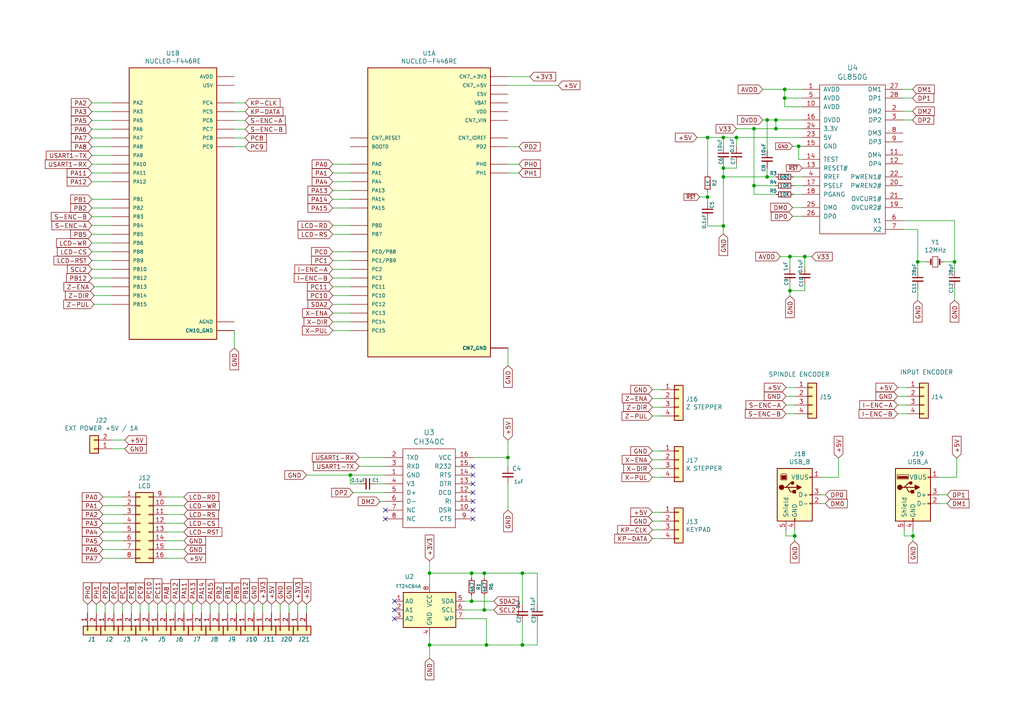
<source format=kicad_sch>
(kicad_sch (version 20211123) (generator eeschema)
  (paper "A4")
  (title_block (title "ELS Board") (date "2021-08-14") (rev "v0.1") (comment 1 "Electronic Leadscrew Breakout for Nucleo64 446RE"))
  (junction (at 227.584 28.448))
  (junction (at 205.232 57.15))
  (junction (at 151.511 187.071))
  (junction (at 218.694 53.848))
  (junction (at 205.232 39.878))
  (junction (at 136.779 174.371))
  (junction (at 218.694 37.338))
  (junction (at 231.648 42.418))
  (junction (at 136.779 166.243))
  (junction (at 225.044 34.798))
  (junction (at 209.804 39.878))
  (junction (at 229.108 74.422))
  (junction (at 141.097 187.071))
  (junction (at 213.614 39.878))
  (junction (at 124.587 166.243))
  (junction (at 276.86 75.946))
  (junction (at 264.795 155.448))
  (junction (at 140.462 166.243))
  (junction (at 209.804 65.532))
  (junction (at 229.108 84.328))
  (junction (at 147.32 132.715))
  (junction (at 227.584 25.908))
  (junction (at 140.462 176.911))
  (junction (at 233.426 74.422))
  (junction (at 222.504 51.308))
  (junction (at 151.511 166.243))
  (junction (at 266.192 75.946))
  (junction (at 230.505 155.448))
  (junction (at 222.504 34.798))
  (junction (at 225.044 37.338))
  (junction (at 124.587 187.071))
  (junction (at 209.804 48.768))
  (junction (at 209.804 51.308))
  (junction (at 101.6 137.795))
  (no_connect (at 137.16 147.955))
  (no_connect (at 137.16 150.495))
  (no_connect (at 137.16 137.795))
  (no_connect (at 137.16 135.255))
  (no_connect (at 114.427 174.371))
  (no_connect (at 137.16 145.415))
  (no_connect (at 137.16 140.335))
  (no_connect (at 111.76 150.495))
  (no_connect (at 111.76 147.955))
  (no_connect (at 114.427 179.451))
  (no_connect (at 137.16 142.875))
  (no_connect (at 114.427 176.911))
  (wire (pts (xy 48.26 146.685) (xy 53.34 146.685)))
  (wire (pts (xy 151.511 166.243) (xy 155.829 166.243)))
  (wire (pts (xy 71.12 40.005) (xy 67.945 40.005)))
  (wire (pts (xy 205.232 63.754) (xy 205.232 65.532)))
  (wire (pts (xy 266.192 66.548) (xy 266.192 75.946)))
  (wire (pts (xy 213.614 48.768) (xy 209.804 48.768)))
  (wire (pts (xy 32.385 65.405) (xy 26.67 65.405)))
  (wire (pts (xy 151.511 180.467) (xy 151.511 187.071)))
  (wire (pts (xy 136.779 172.72) (xy 136.779 174.371)))
  (wire (pts (xy 48.26 151.765) (xy 53.34 151.765)))
  (wire (pts (xy 48.26 161.925) (xy 53.34 161.925)))
  (wire (pts (xy 151.511 166.243) (xy 151.511 175.387)))
  (wire (pts (xy 230.505 155.448) (xy 227.965 155.448)))
  (wire (pts (xy 221.234 34.798) (xy 222.504 34.798)))
  (wire (pts (xy 213.614 47.498) (xy 213.614 48.768)))
  (wire (pts (xy 101.6 65.405) (xy 96.52 65.405)))
  (wire (pts (xy 233.426 84.328) (xy 233.426 82.55)))
  (wire (pts (xy 266.192 83.566) (xy 266.192 87.122)))
  (wire (pts (xy 264.668 34.798) (xy 261.874 34.798)))
  (wire (pts (xy 73.66 175.26) (xy 73.66 177.8)))
  (wire (pts (xy 266.192 75.946) (xy 268.732 75.946)))
  (wire (pts (xy 189.23 153.67) (xy 191.77 153.67)))
  (wire (pts (xy 225.044 34.798) (xy 232.664 34.798)))
  (wire (pts (xy 227.584 28.448) (xy 232.664 28.448)))
  (wire (pts (xy 48.26 159.385) (xy 53.34 159.385)))
  (wire (pts (xy 71.12 29.845) (xy 67.945 29.845)))
  (wire (pts (xy 110.236 145.415) (xy 111.76 145.415)))
  (wire (pts (xy 136.779 167.64) (xy 136.779 166.243)))
  (wire (pts (xy 50.8 175.26) (xy 50.8 177.8)))
  (wire (pts (xy 150.495 42.545) (xy 147.32 42.545)))
  (wire (pts (xy 40.64 175.26) (xy 40.64 177.8)))
  (wire (pts (xy 48.26 156.845) (xy 53.34 156.845)))
  (wire (pts (xy 243.205 138.43) (xy 243.205 132.842)))
  (wire (pts (xy 213.614 37.338) (xy 218.694 37.338)))
  (wire (pts (xy 53.34 177.8) (xy 53.34 175.26)))
  (wire (pts (xy 140.462 167.64) (xy 140.462 166.243)))
  (wire (pts (xy 273.812 75.946) (xy 276.86 75.946)))
  (wire (pts (xy 189.23 135.89) (xy 191.77 135.89)))
  (wire (pts (xy 225.044 34.798) (xy 225.044 37.338)))
  (wire (pts (xy 26.67 52.705) (xy 32.385 52.705)))
  (wire (pts (xy 189.23 148.59) (xy 191.77 148.59)))
  (wire (pts (xy 26.67 40.005) (xy 32.385 40.005)))
  (wire (pts (xy 151.511 187.071) (xy 141.097 187.071)))
  (wire (pts (xy 26.67 29.845) (xy 32.385 29.845)))
  (wire (pts (xy 136.779 166.243) (xy 140.462 166.243)))
  (wire (pts (xy 104.14 132.715) (xy 111.76 132.715)))
  (wire (pts (xy 260.35 112.395) (xy 262.89 112.395)))
  (wire (pts (xy 189.23 118.11) (xy 191.77 118.11)))
  (wire (pts (xy 213.614 39.878) (xy 232.664 39.878)))
  (wire (pts (xy 147.32 22.225) (xy 153.67 22.225)))
  (wire (pts (xy 226.314 74.422) (xy 229.108 74.422)))
  (wire (pts (xy 30.48 175.26) (xy 30.48 177.8)))
  (wire (pts (xy 26.67 57.785) (xy 32.385 57.785)))
  (wire (pts (xy 225.044 56.388) (xy 218.694 56.388)))
  (wire (pts (xy 147.32 140.335) (xy 147.32 147.955)))
  (wire (pts (xy 225.044 53.848) (xy 218.694 53.848)))
  (wire (pts (xy 29.845 149.225) (xy 35.56 149.225)))
  (wire (pts (xy 189.23 120.65) (xy 191.77 120.65)))
  (wire (pts (xy 272.415 138.43) (xy 277.495 138.43)))
  (wire (pts (xy 124.587 166.243) (xy 124.587 169.291)))
  (wire (pts (xy 227.584 25.908) (xy 227.584 28.448)))
  (wire (pts (xy 276.86 64.008) (xy 276.86 75.946)))
  (wire (pts (xy 96.52 85.725) (xy 101.6 85.725)))
  (wire (pts (xy 222.504 48.768) (xy 222.504 51.308)))
  (wire (pts (xy 230.505 155.448) (xy 230.505 156.972)))
  (wire (pts (xy 96.52 60.325) (xy 101.6 60.325)))
  (wire (pts (xy 266.192 78.486) (xy 266.192 75.946)))
  (wire (pts (xy 96.52 78.105) (xy 101.6 78.105)))
  (wire (pts (xy 147.32 132.715) (xy 137.16 132.715)))
  (wire (pts (xy 202.946 57.15) (xy 205.232 57.15)))
  (wire (pts (xy 32.385 83.185) (xy 27.305 83.185)))
  (wire (pts (xy 32.385 70.485) (xy 26.67 70.485)))
  (wire (pts (xy 230.505 153.67) (xy 230.505 155.448)))
  (wire (pts (xy 140.462 176.911) (xy 143.256 176.911)))
  (wire (pts (xy 205.232 55.626) (xy 205.232 57.15)))
  (wire (pts (xy 205.232 57.15) (xy 205.232 58.674)))
  (wire (pts (xy 218.694 53.848) (xy 218.694 37.338)))
  (wire (pts (xy 134.747 174.371) (xy 136.779 174.371)))
  (wire (pts (xy 229.108 82.55) (xy 229.108 84.328)))
  (wire (pts (xy 136.779 174.371) (xy 143.256 174.371)))
  (wire (pts (xy 262.255 155.448) (xy 262.255 153.67)))
  (wire (pts (xy 227.965 114.935) (xy 230.505 114.935)))
  (wire (pts (xy 189.23 113.03) (xy 191.77 113.03)))
  (wire (pts (xy 222.504 51.308) (xy 209.804 51.308)))
  (wire (pts (xy 96.52 52.705) (xy 101.6 52.705)))
  (wire (pts (xy 29.845 156.845) (xy 35.56 156.845)))
  (wire (pts (xy 205.232 39.878) (xy 209.804 39.878)))
  (wire (pts (xy 96.52 90.805) (xy 101.6 90.805)))
  (wire (pts (xy 141.097 179.451) (xy 141.097 187.071)))
  (wire (pts (xy 109.22 140.335) (xy 111.76 140.335)))
  (wire (pts (xy 205.232 65.532) (xy 209.804 65.532)))
  (wire (pts (xy 43.18 177.8) (xy 43.18 175.26)))
  (wire (pts (xy 96.52 93.345) (xy 101.6 93.345)))
  (wire (pts (xy 227.965 117.475) (xy 230.505 117.475)))
  (wire (pts (xy 32.385 78.105) (xy 26.67 78.105)))
  (wire (pts (xy 104.14 140.335) (xy 101.6 140.335)))
  (wire (pts (xy 229.108 74.422) (xy 229.108 77.47)))
  (wire (pts (xy 209.804 65.532) (xy 209.804 67.818)))
  (wire (pts (xy 276.86 83.566) (xy 276.86 87.122)))
  (wire (pts (xy 227.584 25.908) (xy 232.664 25.908)))
  (wire (pts (xy 88.9 137.795) (xy 101.6 137.795)))
  (wire (pts (xy 58.42 175.26) (xy 58.42 177.8)))
  (wire (pts (xy 32.385 75.565) (xy 26.67 75.565)))
  (wire (pts (xy 209.804 51.308) (xy 209.804 65.532)))
  (wire (pts (xy 229.87 42.418) (xy 231.648 42.418)))
  (wire (pts (xy 96.52 55.245) (xy 101.6 55.245)))
  (wire (pts (xy 229.87 60.198) (xy 232.664 60.198)))
  (wire (pts (xy 229.87 62.738) (xy 232.664 62.738)))
  (wire (pts (xy 96.52 95.885) (xy 101.6 95.885)))
  (wire (pts (xy 29.845 159.385) (xy 35.56 159.385)))
  (wire (pts (xy 147.32 127.635) (xy 147.32 132.715)))
  (wire (pts (xy 96.52 80.645) (xy 101.6 80.645)))
  (wire (pts (xy 32.385 127.635) (xy 36.195 127.635)))
  (wire (pts (xy 134.747 176.911) (xy 140.462 176.911)))
  (wire (pts (xy 155.829 187.071) (xy 151.511 187.071)))
  (wire (pts (xy 124.587 184.531) (xy 124.587 187.071)))
  (wire (pts (xy 76.2 175.26) (xy 76.2 177.8)))
  (wire (pts (xy 227.965 112.395) (xy 230.505 112.395)))
  (wire (pts (xy 26.67 50.165) (xy 32.385 50.165)))
  (wire (pts (xy 78.74 177.8) (xy 78.74 175.26)))
  (wire (pts (xy 67.945 95.885) (xy 67.945 100.965)))
  (wire (pts (xy 26.67 47.625) (xy 32.385 47.625)))
  (wire (pts (xy 227.584 28.448) (xy 227.584 30.988)))
  (wire (pts (xy 232.664 42.418) (xy 231.648 42.418)))
  (wire (pts (xy 227.965 120.015) (xy 230.505 120.015)))
  (wire (pts (xy 261.874 28.448) (xy 264.668 28.448)))
  (wire (pts (xy 96.52 83.185) (xy 101.6 83.185)))
  (wire (pts (xy 229.108 84.328) (xy 233.426 84.328)))
  (wire (pts (xy 27.94 175.26) (xy 27.94 177.8)))
  (wire (pts (xy 26.67 34.925) (xy 32.385 34.925)))
  (wire (pts (xy 209.804 42.418) (xy 209.804 39.878)))
  (wire (pts (xy 102.362 142.875) (xy 111.76 142.875)))
  (wire (pts (xy 124.587 166.243) (xy 136.779 166.243)))
  (wire (pts (xy 33.02 177.8) (xy 33.02 175.26)))
  (wire (pts (xy 230.124 56.388) (xy 232.664 56.388)))
  (wire (pts (xy 233.426 74.422) (xy 235.458 74.422)))
  (wire (pts (xy 264.795 153.67) (xy 264.795 155.448)))
  (wire (pts (xy 264.668 32.258) (xy 261.874 32.258)))
  (wire (pts (xy 101.6 67.945) (xy 96.52 67.945)))
  (wire (pts (xy 238.125 138.43) (xy 243.205 138.43)))
  (wire (pts (xy 189.23 151.13) (xy 191.77 151.13)))
  (wire (pts (xy 68.58 177.8) (xy 68.58 175.26)))
  (wire (pts (xy 26.67 42.545) (xy 32.385 42.545)))
  (wire (pts (xy 96.52 50.165) (xy 101.6 50.165)))
  (wire (pts (xy 32.385 130.175) (xy 36.195 130.175)))
  (wire (pts (xy 213.614 42.418) (xy 213.614 39.878)))
  (wire (pts (xy 261.874 66.548) (xy 266.192 66.548)))
  (wire (pts (xy 134.747 179.451) (xy 141.097 179.451)))
  (wire (pts (xy 29.845 161.925) (xy 35.56 161.925)))
  (wire (pts (xy 26.67 45.085) (xy 32.385 45.085)))
  (wire (pts (xy 26.67 80.645) (xy 32.385 80.645)))
  (wire (pts (xy 150.495 47.625) (xy 147.32 47.625)))
  (wire (pts (xy 32.385 85.725) (xy 27.305 85.725)))
  (wire (pts (xy 96.52 75.565) (xy 101.6 75.565)))
  (wire (pts (xy 141.097 187.071) (xy 124.587 187.071)))
  (wire (pts (xy 63.5 177.8) (xy 63.5 175.26)))
  (wire (pts (xy 83.82 175.26) (xy 83.82 177.8)))
  (wire (pts (xy 35.56 175.26) (xy 35.56 177.8)))
  (wire (pts (xy 272.415 146.05) (xy 274.701 146.05)))
  (wire (pts (xy 38.1 175.26) (xy 38.1 177.8)))
  (wire (pts (xy 150.495 50.165) (xy 147.32 50.165)))
  (wire (pts (xy 140.462 166.243) (xy 151.511 166.243)))
  (wire (pts (xy 155.829 166.243) (xy 155.829 175.387)))
  (wire (pts (xy 71.12 34.925) (xy 67.945 34.925)))
  (wire (pts (xy 232.664 46.228) (xy 231.648 46.228)))
  (wire (pts (xy 264.795 155.448) (xy 264.795 156.972)))
  (wire (pts (xy 189.23 115.57) (xy 191.77 115.57)))
  (wire (pts (xy 71.12 32.385) (xy 67.945 32.385)))
  (wire (pts (xy 277.495 138.43) (xy 277.495 132.842)))
  (wire (pts (xy 101.6 137.795) (xy 111.76 137.795)))
  (wire (pts (xy 86.36 175.26) (xy 86.36 177.8)))
  (wire (pts (xy 230.124 51.308) (xy 232.664 51.308)))
  (wire (pts (xy 71.12 175.26) (xy 71.12 177.8)))
  (wire (pts (xy 147.32 132.715) (xy 147.32 135.255)))
  (wire (pts (xy 29.845 154.305) (xy 35.56 154.305)))
  (wire (pts (xy 260.35 114.935) (xy 262.89 114.935)))
  (wire (pts (xy 96.52 88.265) (xy 101.6 88.265)))
  (wire (pts (xy 60.96 175.26) (xy 60.96 177.8)))
  (wire (pts (xy 26.67 60.325) (xy 32.385 60.325)))
  (wire (pts (xy 209.804 39.878) (xy 213.614 39.878)))
  (wire (pts (xy 96.52 73.025) (xy 101.6 73.025)))
  (wire (pts (xy 261.874 64.008) (xy 276.86 64.008)))
  (wire (pts (xy 29.845 144.145) (xy 35.56 144.145)))
  (wire (pts (xy 124.587 162.687) (xy 124.587 166.243)))
  (wire (pts (xy 205.232 50.546) (xy 205.232 39.878)))
  (wire (pts (xy 81.28 175.26) (xy 81.28 177.8)))
  (wire (pts (xy 71.12 37.465) (xy 67.945 37.465)))
  (wire (pts (xy 202.184 39.878) (xy 205.232 39.878)))
  (wire (pts (xy 147.32 24.765) (xy 161.925 24.765)))
  (wire (pts (xy 260.35 120.015) (xy 262.89 120.015)))
  (wire (pts (xy 189.23 138.43) (xy 191.77 138.43)))
  (wire (pts (xy 239.395 143.51) (xy 238.125 143.51)))
  (wire (pts (xy 225.044 37.338) (xy 232.664 37.338)))
  (wire (pts (xy 218.694 37.338) (xy 225.044 37.338)))
  (wire (pts (xy 147.32 100.965) (xy 147.32 106.045)))
  (wire (pts (xy 209.804 47.498) (xy 209.804 48.768)))
  (wire (pts (xy 26.67 32.385) (xy 32.385 32.385)))
  (wire (pts (xy 230.124 53.848) (xy 232.664 53.848)))
  (wire (pts (xy 227.965 155.448) (xy 227.965 153.67)))
  (wire (pts (xy 222.504 43.688) (xy 222.504 34.798)))
  (wire (pts (xy 209.804 48.768) (xy 209.804 51.308)))
  (wire (pts (xy 239.395 146.05) (xy 238.125 146.05)))
  (wire (pts (xy 32.385 62.865) (xy 26.67 62.865)))
  (wire (pts (xy 66.04 175.26) (xy 66.04 177.8)))
  (wire (pts (xy 222.504 51.308) (xy 225.044 51.308)))
  (wire (pts (xy 48.26 144.145) (xy 53.34 144.145)))
  (wire (pts (xy 96.52 47.625) (xy 101.6 47.625)))
  (wire (pts (xy 189.23 133.35) (xy 191.77 133.35)))
  (wire (pts (xy 227.584 30.988) (xy 232.664 30.988)))
  (wire (pts (xy 260.35 117.475) (xy 262.89 117.475)))
  (wire (pts (xy 222.504 34.798) (xy 225.044 34.798)))
  (wire (pts (xy 233.426 74.422) (xy 233.426 77.47)))
  (wire (pts (xy 124.587 187.071) (xy 124.587 190.881)))
  (wire (pts (xy 29.845 151.765) (xy 35.56 151.765)))
  (wire (pts (xy 155.829 180.467) (xy 155.829 187.071)))
  (wire (pts (xy 55.88 175.26) (xy 55.88 177.8)))
  (wire (pts (xy 48.26 149.225) (xy 53.34 149.225)))
  (wire (pts (xy 264.795 155.448) (xy 262.255 155.448)))
  (wire (pts (xy 274.701 143.51) (xy 272.415 143.51)))
  (wire (pts (xy 231.648 46.228) (xy 231.648 42.418)))
  (wire (pts (xy 218.694 56.388) (xy 218.694 53.848)))
  (wire (pts (xy 71.12 42.545) (xy 67.945 42.545)))
  (wire (pts (xy 32.385 73.025) (xy 26.67 73.025)))
  (wire (pts (xy 45.72 175.26) (xy 45.72 177.8)))
  (wire (pts (xy 25.4 175.26) (xy 25.4 177.8)))
  (wire (pts (xy 221.234 25.908) (xy 227.584 25.908)))
  (wire (pts (xy 96.52 57.785) (xy 101.6 57.785)))
  (wire (pts (xy 48.26 175.26) (xy 48.26 177.8)))
  (wire (pts (xy 229.108 74.422) (xy 233.426 74.422)))
  (wire (pts (xy 48.26 154.305) (xy 53.34 154.305)))
  (wire (pts (xy 101.6 140.335) (xy 101.6 137.795)))
  (wire (pts (xy 140.462 172.72) (xy 140.462 176.911)))
  (wire (pts (xy 29.845 146.685) (xy 35.56 146.685)))
  (wire (pts (xy 189.23 130.81) (xy 191.77 130.81)))
  (wire (pts (xy 229.108 84.328) (xy 229.108 85.852)))
  (wire (pts (xy 261.874 25.908) (xy 264.668 25.908)))
  (wire (pts (xy 88.9 177.8) (xy 88.9 175.26)))
  (wire (pts (xy 32.385 88.265) (xy 27.305 88.265)))
  (wire (pts (xy 26.67 37.465) (xy 32.385 37.465)))
  (wire (pts (xy 26.67 67.945) (xy 32.385 67.945)))
  (wire (pts (xy 189.23 156.21) (xy 191.77 156.21)))
  (wire (pts (xy 276.86 75.946) (xy 276.86 78.486)))
  (wire (pts (xy 104.14 135.255) (xy 111.76 135.255)))
  (global_label "V33" (shape input) (at 213.614 37.338 180) (property "Intersheet References" "${INTERSHEET_REFS}" (effects hide)))
  (global_label "LCD-CS" (shape input) (at 26.67 73.025 180) (property "Intersheet References" "${INTERSHEET_REFS}" (effects hide)))
  (global_label "~{RST}" (shape input) (at 232.664 48.768 180) (effects (font (size 0.9906 0.9906))) (property "Intersheet References" "${INTERSHEET_REFS}" (effects hide)))
  (global_label "PH0" (shape input) (at 150.495 47.625 0) (property "Intersheet References" "${INTERSHEET_REFS}" (effects hide)))
  (global_label "+5V" (shape input) (at 147.32 127.635 90) (property "Intersheet References" "${INTERSHEET_REFS}" (effects hide)))
  (global_label "V33" (shape input) (at 235.458 74.422 0) (property "Intersheet References" "${INTERSHEET_REFS}" (effects hide)))
  (global_label "X-DIR" (shape input) (at 96.52 93.345 180) (property "Intersheet References" "${INTERSHEET_REFS}" (effects hide)))
  (global_label "PA4" (shape input) (at 96.52 52.705 180) (property "Intersheet References" "${INTERSHEET_REFS}" (effects hide)))
  (global_label "GND" (shape input) (at 67.945 100.965 270) (property "Intersheet References" "${INTERSHEET_REFS}" (effects hide)))
  (global_label "I-ENC-B" (shape input) (at 96.52 80.645 180) (property "Intersheet References" "${INTERSHEET_REFS}" (effects hide)))
  (global_label "SDA2" (shape input) (at 96.52 88.265 180) (property "Intersheet References" "${INTERSHEET_REFS}" (effects hide)))
  (global_label "I-ENC-A" (shape input) (at 96.52 78.105 180) (property "Intersheet References" "${INTERSHEET_REFS}" (effects hide)))
  (global_label "PA13" (shape input) (at 55.88 175.26 90) (property "Intersheet References" "${INTERSHEET_REFS}" (effects hide)))
  (global_label "I-ENC-A" (shape input) (at 260.35 117.475 180) (property "Intersheet References" "${INTERSHEET_REFS}" (effects hide)))
  (global_label "PA11" (shape input) (at 26.67 50.165 180) (property "Intersheet References" "${INTERSHEET_REFS}" (effects hide)))
  (global_label "GND" (shape input) (at 260.35 114.935 180) (property "Intersheet References" "${INTERSHEET_REFS}" (effects hide)))
  (global_label "PH0" (shape input) (at 25.4 175.26 90) (property "Intersheet References" "${INTERSHEET_REFS}" (effects hide)))
  (global_label "DP1" (shape input) (at 274.701 143.51 0) (property "Intersheet References" "${INTERSHEET_REFS}" (effects hide)))
  (global_label "PA12" (shape input) (at 26.67 52.705 180) (property "Intersheet References" "${INTERSHEET_REFS}" (effects hide)))
  (global_label "LCD-RS" (shape input) (at 53.34 149.225 0) (property "Intersheet References" "${INTERSHEET_REFS}" (effects hide)))
  (global_label "DP2" (shape input) (at 264.668 34.798 0) (property "Intersheet References" "${INTERSHEET_REFS}" (effects hide)))
  (global_label "PA6" (shape input) (at 29.845 159.385 180) (property "Intersheet References" "${INTERSHEET_REFS}" (effects hide)))
  (global_label "GND" (shape input) (at 264.795 156.972 270) (property "Intersheet References" "${INTERSHEET_REFS}" (effects hide)))
  (global_label "PD2" (shape input) (at 30.48 175.26 90) (property "Intersheet References" "${INTERSHEET_REFS}" (effects hide)))
  (global_label "GND" (shape input) (at 88.9 137.795 180) (property "Intersheet References" "${INTERSHEET_REFS}" (effects hide)))
  (global_label "PB1" (shape input) (at 66.04 175.26 90) (property "Intersheet References" "${INTERSHEET_REFS}" (effects hide)))
  (global_label "PA15" (shape input) (at 96.52 60.325 180) (property "Intersheet References" "${INTERSHEET_REFS}" (effects hide)))
  (global_label "DM1" (shape input) (at 264.668 25.908 0) (property "Intersheet References" "${INTERSHEET_REFS}" (effects hide)))
  (global_label "PH1" (shape input) (at 150.495 50.165 0) (property "Intersheet References" "${INTERSHEET_REFS}" (effects hide)))
  (global_label "PA5" (shape input) (at 26.67 34.925 180) (property "Intersheet References" "${INTERSHEET_REFS}" (effects hide)))
  (global_label "+3V3" (shape input) (at 76.2 175.26 90) (property "Intersheet References" "${INTERSHEET_REFS}" (effects hide)))
  (global_label "KP-DATA" (shape input) (at 189.23 156.21 180) (property "Intersheet References" "${INTERSHEET_REFS}" (effects hide)))
  (global_label "PC9" (shape input) (at 71.12 42.545 0) (property "Intersheet References" "${INTERSHEET_REFS}" (effects hide)))
  (global_label "LCD-WR" (shape input) (at 53.34 146.685 0) (property "Intersheet References" "${INTERSHEET_REFS}" (effects hide)))
  (global_label "DM2" (shape input) (at 264.668 32.258 0) (property "Intersheet References" "${INTERSHEET_REFS}" (effects hide)))
  (global_label "GND" (shape input) (at 124.587 190.881 270) (property "Intersheet References" "${INTERSHEET_REFS}" (effects hide)))
  (global_label "+5V" (shape input) (at 53.34 161.925 0) (property "Intersheet References" "${INTERSHEET_REFS}" (effects hide)))
  (global_label "GND" (shape input) (at 83.82 175.26 90) (property "Intersheet References" "${INTERSHEET_REFS}" (effects hide)))
  (global_label "LCD-RS" (shape input) (at 96.52 67.945 180) (property "Intersheet References" "${INTERSHEET_REFS}" (effects hide)))
  (global_label "DVDD" (shape input) (at 221.234 34.798 180) (property "Intersheet References" "${INTERSHEET_REFS}" (effects hide)))
  (global_label "+5V" (shape input) (at 260.35 112.395 180) (property "Intersheet References" "${INTERSHEET_REFS}" (effects hide)))
  (global_label "GND" (shape input) (at 189.23 151.13 180) (property "Intersheet References" "${INTERSHEET_REFS}" (effects hide)))
  (global_label "Z-DIR" (shape input) (at 189.23 118.11 180) (property "Intersheet References" "${INTERSHEET_REFS}" (effects hide)))
  (global_label "PA1" (shape input) (at 96.52 50.165 180) (property "Intersheet References" "${INTERSHEET_REFS}" (effects hide)))
  (global_label "PA7" (shape input) (at 26.67 40.005 180) (property "Intersheet References" "${INTERSHEET_REFS}" (effects hide)))
  (global_label "GND" (shape input) (at 53.34 156.845 0) (property "Intersheet References" "${INTERSHEET_REFS}" (effects hide)))
  (global_label "PB5" (shape input) (at 68.58 175.26 90) (property "Intersheet References" "${INTERSHEET_REFS}" (effects hide)))
  (global_label "PA11" (shape input) (at 53.34 175.26 90) (property "Intersheet References" "${INTERSHEET_REFS}" (effects hide)))
  (global_label "DM0" (shape input) (at 239.395 146.05 0) (property "Intersheet References" "${INTERSHEET_REFS}" (effects hide)))
  (global_label "PC8" (shape input) (at 38.1 175.26 90) (property "Intersheet References" "${INTERSHEET_REFS}" (effects hide)))
  (global_label "PC11" (shape input) (at 45.72 175.26 90) (property "Intersheet References" "${INTERSHEET_REFS}" (effects hide)))
  (global_label "PC10" (shape input) (at 43.18 175.26 90) (property "Intersheet References" "${INTERSHEET_REFS}" (effects hide)))
  (global_label "PA7" (shape input) (at 29.845 161.925 180) (property "Intersheet References" "${INTERSHEET_REFS}" (effects hide)))
  (global_label "KP-CLK" (shape input) (at 71.12 29.845 0) (property "Intersheet References" "${INTERSHEET_REFS}" (effects hide)))
  (global_label "+3V3" (shape input) (at 153.67 22.225 0) (property "Intersheet References" "${INTERSHEET_REFS}" (effects hide)))
  (global_label "S-ENC-A" (shape input) (at 71.12 34.925 0) (property "Intersheet References" "${INTERSHEET_REFS}" (effects hide)))
  (global_label "KP-DATA" (shape input) (at 71.12 32.385 0) (property "Intersheet References" "${INTERSHEET_REFS}" (effects hide)))
  (global_label "GND" (shape input) (at 209.804 67.818 270) (property "Intersheet References" "${INTERSHEET_REFS}" (effects hide)))
  (global_label "GND" (shape input) (at 229.87 42.418 180) (effects (font (size 0.9906 0.9906))) (property "Intersheet References" "${INTERSHEET_REFS}" (effects hide)))
  (global_label "GND" (shape input) (at 53.34 159.385 0) (property "Intersheet References" "${INTERSHEET_REFS}" (effects hide)))
  (global_label "PA13" (shape input) (at 96.52 55.245 180) (property "Intersheet References" "${INTERSHEET_REFS}" (effects hide)))
  (global_label "PA6" (shape input) (at 26.67 37.465 180) (property "Intersheet References" "${INTERSHEET_REFS}" (effects hide)))
  (global_label "PB2" (shape input) (at 63.5 175.26 90) (property "Intersheet References" "${INTERSHEET_REFS}" (effects hide)))
  (global_label "DM1" (shape input) (at 274.701 146.05 0) (property "Intersheet References" "${INTERSHEET_REFS}" (effects hide)))
  (global_label "+5V" (shape input) (at 189.23 148.59 180) (property "Intersheet References" "${INTERSHEET_REFS}" (effects hide)))
  (global_label "LCD-WR" (shape input) (at 26.67 70.485 180) (property "Intersheet References" "${INTERSHEET_REFS}" (effects hide)))
  (global_label "PD2" (shape input) (at 150.495 42.545 0) (property "Intersheet References" "${INTERSHEET_REFS}" (effects hide)))
  (global_label "X-PUL" (shape input) (at 96.52 95.885 180) (property "Intersheet References" "${INTERSHEET_REFS}" (effects hide)))
  (global_label "GND" (shape input) (at 147.32 106.045 270) (property "Intersheet References" "${INTERSHEET_REFS}" (effects hide)))
  (global_label "+5V" (shape input) (at 36.195 127.635 0) (property "Intersheet References" "${INTERSHEET_REFS}" (effects hide)))
  (global_label "PB1" (shape input) (at 26.67 57.785 180) (property "Intersheet References" "${INTERSHEET_REFS}" (effects hide)))
  (global_label "DP1" (shape input) (at 264.668 28.448 0) (property "Intersheet References" "${INTERSHEET_REFS}" (effects hide)))
  (global_label "SCL2" (shape input) (at 143.256 176.911 0) (property "Intersheet References" "${INTERSHEET_REFS}" (effects hide)))
  (global_label "PA3" (shape input) (at 26.67 32.385 180) (property "Intersheet References" "${INTERSHEET_REFS}" (effects hide)))
  (global_label "PC0" (shape input) (at 33.02 175.26 90) (property "Intersheet References" "${INTERSHEET_REFS}" (effects hide)))
  (global_label "DP0" (shape input) (at 239.395 143.51 0) (property "Intersheet References" "${INTERSHEET_REFS}" (effects hide)))
  (global_label "PB2" (shape input) (at 26.67 60.325 180) (property "Intersheet References" "${INTERSHEET_REFS}" (effects hide)))
  (global_label "LCD-CS" (shape input) (at 53.34 151.765 0) (property "Intersheet References" "${INTERSHEET_REFS}" (effects hide)))
  (global_label "PC11" (shape input) (at 96.52 83.185 180) (property "Intersheet References" "${INTERSHEET_REFS}" (effects hide)))
  (global_label "LCD-RD" (shape input) (at 96.52 65.405 180) (property "Intersheet References" "${INTERSHEET_REFS}" (effects hide)))
  (global_label "+5V" (shape input) (at 227.965 112.395 180) (property "Intersheet References" "${INTERSHEET_REFS}" (effects hide)))
  (global_label "Z-ENA" (shape input) (at 27.305 83.185 180) (property "Intersheet References" "${INTERSHEET_REFS}" (effects hide)))
  (global_label "AVDD" (shape input) (at 221.234 25.908 180) (property "Intersheet References" "${INTERSHEET_REFS}" (effects hide)))
  (global_label "PB5" (shape input) (at 26.67 67.945 180) (property "Intersheet References" "${INTERSHEET_REFS}" (effects hide)))
  (global_label "USART1-TX" (shape input) (at 26.67 45.085 180) (property "Intersheet References" "${INTERSHEET_REFS}" (effects hide)))
  (global_label "PC9" (shape input) (at 40.64 175.26 90) (property "Intersheet References" "${INTERSHEET_REFS}" (effects hide)))
  (global_label "PA2" (shape input) (at 26.67 29.845 180) (property "Intersheet References" "${INTERSHEET_REFS}" (effects hide)))
  (global_label "+5V" (shape input) (at 88.9 175.26 90) (property "Intersheet References" "${INTERSHEET_REFS}" (effects hide)))
  (global_label "PA4" (shape input) (at 29.845 154.305 180) (property "Intersheet References" "${INTERSHEET_REFS}" (effects hide)))
  (global_label "PA0" (shape input) (at 29.845 144.145 180) (property "Intersheet References" "${INTERSHEET_REFS}" (effects hide)))
  (global_label "+3V3" (shape input) (at 124.587 162.687 90) (property "Intersheet References" "${INTERSHEET_REFS}" (effects hide)))
  (global_label "PA15" (shape input) (at 60.96 175.26 90) (property "Intersheet References" "${INTERSHEET_REFS}" (effects hide)))
  (global_label "PA2" (shape input) (at 29.845 149.225 180) (property "Intersheet References" "${INTERSHEET_REFS}" (effects hide)))
  (global_label "S-ENC-B" (shape input) (at 227.965 120.015 180) (property "Intersheet References" "${INTERSHEET_REFS}" (effects hide)))
  (global_label "GND" (shape input) (at 227.965 114.935 180) (property "Intersheet References" "${INTERSHEET_REFS}" (effects hide)))
  (global_label "LCD-RST" (shape input) (at 26.67 75.565 180) (property "Intersheet References" "${INTERSHEET_REFS}" (effects hide)))
  (global_label "S-ENC-A" (shape input) (at 26.67 65.405 180) (property "Intersheet References" "${INTERSHEET_REFS}" (effects hide)))
  (global_label "GND" (shape input) (at 276.86 87.122 270) (property "Intersheet References" "${INTERSHEET_REFS}" (effects hide)))
  (global_label "PC1" (shape input) (at 35.56 175.26 90) (property "Intersheet References" "${INTERSHEET_REFS}" (effects hide)))
  (global_label "DP2" (shape input) (at 102.362 142.875 180) (property "Intersheet References" "${INTERSHEET_REFS}" (effects hide)))
  (global_label "PC1" (shape input) (at 96.52 75.565 180) (property "Intersheet References" "${INTERSHEET_REFS}" (effects hide)))
  (global_label "X-DIR" (shape input) (at 189.23 135.89 180) (property "Intersheet References" "${INTERSHEET_REFS}" (effects hide)))
  (global_label "PB12" (shape input) (at 71.12 175.26 90) (property "Intersheet References" "${INTERSHEET_REFS}" (effects hide)))
  (global_label "PA12" (shape input) (at 50.8 175.26 90) (property "Intersheet References" "${INTERSHEET_REFS}" (effects hide)))
  (global_label "PA8" (shape input) (at 26.67 42.545 180) (property "Intersheet References" "${INTERSHEET_REFS}" (effects hide)))
  (global_label "PC8" (shape input) (at 71.12 40.005 0) (property "Intersheet References" "${INTERSHEET_REFS}" (effects hide)))
  (global_label "+5V" (shape input) (at 243.205 132.842 90) (property "Intersheet References" "${INTERSHEET_REFS}" (effects hide)))
  (global_label "KP-CLK" (shape input) (at 189.23 153.67 180) (property "Intersheet References" "${INTERSHEET_REFS}" (effects hide)))
  (global_label "USART1-TX" (shape input) (at 104.14 135.255 180) (property "Intersheet References" "${INTERSHEET_REFS}" (effects hide)))
  (global_label "X-PUL" (shape input) (at 189.23 138.43 180) (property "Intersheet References" "${INTERSHEET_REFS}" (effects hide)))
  (global_label "DM2" (shape input) (at 110.236 145.415 180) (property "Intersheet References" "${INTERSHEET_REFS}" (effects hide)))
  (global_label "GND" (shape input) (at 147.32 147.955 270) (property "Intersheet References" "${INTERSHEET_REFS}" (effects hide)))
  (global_label "USART1-RX" (shape input) (at 26.67 47.625 180) (property "Intersheet References" "${INTERSHEET_REFS}" (effects hide)))
  (global_label "PA5" (shape input) (at 29.845 156.845 180) (property "Intersheet References" "${INTERSHEET_REFS}" (effects hide)))
  (global_label "~{RST}" (shape input) (at 202.946 57.15 180) (effects (font (size 0.9906 0.9906))) (property "Intersheet References" "${INTERSHEET_REFS}" (effects hide)))
  (global_label "GND" (shape input) (at 189.23 130.81 180) (property "Intersheet References" "${INTERSHEET_REFS}" (effects hide)))
  (global_label "S-ENC-B" (shape input) (at 71.12 37.465 0) (property "Intersheet References" "${INTERSHEET_REFS}" (effects hide)))
  (global_label "X-ENA" (shape input) (at 96.52 90.805 180) (property "Intersheet References" "${INTERSHEET_REFS}" (effects hide)))
  (global_label "GND" (shape input) (at 230.505 156.972 270) (property "Intersheet References" "${INTERSHEET_REFS}" (effects hide)))
  (global_label "+5V" (shape input) (at 202.184 39.878 180) (property "Intersheet References" "${INTERSHEET_REFS}" (effects hide)))
  (global_label "AVDD" (shape input) (at 226.314 74.422 180) (property "Intersheet References" "${INTERSHEET_REFS}" (effects hide)))
  (global_label "Z-PUL" (shape input) (at 189.23 120.65 180) (property "Intersheet References" "${INTERSHEET_REFS}" (effects hide)))
  (global_label "LCD-RST" (shape input) (at 53.34 154.305 0) (property "Intersheet References" "${INTERSHEET_REFS}" (effects hide)))
  (global_label "LCD-RD" (shape input) (at 53.34 144.145 0) (property "Intersheet References" "${INTERSHEET_REFS}" (effects hide)))
  (global_label "X-ENA" (shape input) (at 189.23 133.35 180) (property "Intersheet References" "${INTERSHEET_REFS}" (effects hide)))
  (global_label "PA8" (shape input) (at 48.26 175.26 90) (property "Intersheet References" "${INTERSHEET_REFS}" (effects hide)))
  (global_label "PA0" (shape input) (at 96.52 47.625 180) (property "Intersheet References" "${INTERSHEET_REFS}" (effects hide)))
  (global_label "PC10" (shape input) (at 96.52 85.725 180) (property "Intersheet References" "${INTERSHEET_REFS}" (effects hide)))
  (global_label "GND" (shape input) (at 81.28 175.26 90) (property "Intersheet References" "${INTERSHEET_REFS}" (effects hide)))
  (global_label "PA14" (shape input) (at 58.42 175.26 90) (property "Intersheet References" "${INTERSHEET_REFS}" (effects hide)))
  (global_label "Z-DIR" (shape input) (at 27.305 85.725 180) (property "Intersheet References" "${INTERSHEET_REFS}" (effects hide)))
  (global_label "GND" (shape input) (at 36.195 130.175 0) (property "Intersheet References" "${INTERSHEET_REFS}" (effects hide)))
  (global_label "S-ENC-B" (shape input) (at 26.67 62.865 180) (property "Intersheet References" "${INTERSHEET_REFS}" (effects hide)))
  (global_label "PB12" (shape input) (at 26.67 80.645 180) (property "Intersheet References" "${INTERSHEET_REFS}" (effects hide)))
  (global_label "PA3" (shape input) (at 29.845 151.765 180) (property "Intersheet References" "${INTERSHEET_REFS}" (effects hide)))
  (global_label "GND" (shape input) (at 229.108 85.852 270) (property "Intersheet References" "${INTERSHEET_REFS}" (effects hide)))
  (global_label "USART1-RX" (shape input) (at 104.14 132.715 180) (property "Intersheet References" "${INTERSHEET_REFS}" (effects hide)))
  (global_label "GND" (shape input) (at 189.23 113.03 180) (property "Intersheet References" "${INTERSHEET_REFS}" (effects hide)))
  (global_label "+3V3" (shape input) (at 86.36 175.26 90) (property "Intersheet References" "${INTERSHEET_REFS}" (effects hide)))
  (global_label "Z-PUL" (shape input) (at 27.305 88.265 180) (property "Intersheet References" "${INTERSHEET_REFS}" (effects hide)))
  (global_label "PC0" (shape input) (at 96.52 73.025 180) (property "Intersheet References" "${INTERSHEET_REFS}" (effects hide)))
  (global_label "SCL2" (shape input) (at 26.67 78.105 180) (property "Intersheet References" "${INTERSHEET_REFS}" (effects hide)))
  (global_label "+5V" (shape input) (at 161.925 24.765 0) (property "Intersheet References" "${INTERSHEET_REFS}" (effects hide)))
  (global_label "DP0" (shape input) (at 229.87 62.738 180) (property "Intersheet References" "${INTERSHEET_REFS}" (effects hide)))
  (global_label "PA1" (shape input) (at 29.845 146.685 180) (property "Intersheet References" "${INTERSHEET_REFS}" (effects hide)))
  (global_label "+5V" (shape input) (at 78.74 175.26 90) (property "Intersheet References" "${INTERSHEET_REFS}" (effects hide)))
  (global_label "+5V" (shape input) (at 277.495 132.842 90) (property "Intersheet References" "${INTERSHEET_REFS}" (effects hide)))
  (global_label "GND" (shape input) (at 73.66 175.26 90) (property "Intersheet References" "${INTERSHEET_REFS}" (effects hide)))
  (global_label "DM0" (shape input) (at 229.87 60.198 180) (property "Intersheet References" "${INTERSHEET_REFS}" (effects hide)))
  (global_label "S-ENC-A" (shape input) (at 227.965 117.475 180) (property "Intersheet References" "${INTERSHEET_REFS}" (effects hide)))
  (global_label "SDA2" (shape input) (at 143.256 174.371 0) (property "Intersheet References" "${INTERSHEET_REFS}" (effects hide)))
  (global_label "Z-ENA" (shape input) (at 189.23 115.57 180) (property "Intersheet References" "${INTERSHEET_REFS}" (effects hide)))
  (global_label "GND" (shape input) (at 266.192 87.122 270) (property "Intersheet References" "${INTERSHEET_REFS}" (effects hide)))
  (global_label "PA14" (shape input) (at 96.52 57.785 180) (property "Intersheet References" "${INTERSHEET_REFS}" (effects hide)))
  (global_label "I-ENC-B" (shape input) (at 260.35 120.015 180) (property "Intersheet References" "${INTERSHEET_REFS}" (effects hide)))
  (global_label "PH1" (shape input) (at 27.94 175.26 90) (property "Intersheet References" "${INTERSHEET_REFS}" (effects hide)))
  (symbol (lib_id "els-rescue:CH340C-ch340") (at 124.46 140.335 0) (unit 1)
    (property "Reference" "U3" (at 124.46 125.4252 0) (effects (font (size 1.524 1.524))))
    (property "Value" "CH340C" (at 124.46 128.1176 0) (effects (font (size 1.524 1.524))))
    (property "Footprint" "Package_SO:SOIC-16_3.9x9.9mm_P1.27mm" (effects hide))
  )
  (symbol (lib_id "Connector_Generic:Conn_02x08_Top_Bottom") (at 40.64 151.765 0) (unit 1)
    (property "Reference" "J12" (at 41.91 138.6332 0))
    (property "Value" "LCD" (at 41.91 140.9446 0))
    (property "Footprint" "Connector_IDC:IDC-Header_2x08_P2.54mm_Vertical" (effects hide))
  )
  (symbol (lib_id "Device:C_Small") (at 106.68 140.335 270) (unit 1)
    (property "Reference" "C1" (at 108.966 139.319 90) (effects (font (size 0.9906 0.9906))))
    (property "Value" "0.1uF" (at 103.886 139.319 90) (effects (font (size 0.9906 0.9906))))
    (property "Footprint" "Capacitor_SMD:C_0805_2012Metric_Pad1.15x1.40mm_HandSolder" (effects hide))
  )
  (symbol (lib_id "els-rescue:NUCLEO-F446RE-Nucleo64-446RE") (at 124.46 60.325 0) (unit 1)
    (property "Reference" "U1" (at 124.46 15.4432 0))
    (property "Value" "NUCLEO-F446RE" (at 124.46 17.7546 0))
    (property "Footprint" "custom_modules:MODULE_NUCLEO-F446RE" (effects hide))
    (property "MANUFACTURER" "STMicroelectronics" (effects hide))
    (property "PARTREV" "13" (effects hide))
    (property "STANDARD" "Manufacturer Recommendations" (effects hide))
  )
  (symbol (lib_id "Device:C_Small") (at 147.32 137.795 0) (unit 1)
    (property "Reference" "C4" (at 149.86 135.89 0))
    (property "Value" "1uF" (at 150.495 139.7 0) (effects (font (size 0.9906 0.9906))))
    (property "Footprint" "Capacitor_SMD:C_0805_2012Metric_Pad1.15x1.40mm_HandSolder" (effects hide))
  )
  (symbol (lib_id "Memory_EEPROM:24LC64") (at 124.587 176.911 0) (unit 1)
    (property "Reference" "U2" (at 118.745 167.259 0))
    (property "Value" "FT24C64A" (at 118.491 170.053 0) (effects (font (size 0.9906 0.9906))))
    (property "Footprint" "Package_SO:SO-8_5.3x6.2mm_P1.27mm" (effects hide))
    (property "Datasheet" "http://ww1.microchip.com/downloads/en/DeviceDoc/21189f.pdf" (effects hide))
  )
  (symbol (lib_id "Connector_Generic:Conn_01x04") (at 196.85 115.57 0) (unit 1)
    (property "Reference" "J16" (at 198.882 115.7732 0) (effects (justify left)))
    (property "Value" "Z STEPPER" (at 198.882 118.0846 0) (effects (justify left)))
    (property "Footprint" "Connector_PinSocket_2.54mm:PinSocket_1x04_P2.54mm_Vertical" (effects hide))
  )
  (symbol (lib_id "els-rescue:NUCLEO-F446RE-Nucleo64-446RE") (at 50.165 57.785 0) (unit 2)
    (property "Reference" "U1" (at 50.165 15.4432 0))
    (property "Value" "NUCLEO-F446RE" (at 50.165 17.7546 0))
    (property "Footprint" "custom_modules:MODULE_NUCLEO-F446RE" (effects hide))
    (property "MANUFACTURER" "STMicroelectronics" (effects hide))
    (property "PARTREV" "13" (effects hide))
    (property "STANDARD" "Manufacturer Recommendations" (effects hide))
  )
  (symbol (lib_id "els-rescue:GL850G-GL850G") (at 247.904 44.958 0) (unit 1)
    (property "Reference" "U4" (at 247.269 19.6342 0) (effects (font (size 1.524 1.524))))
    (property "Value" "GL850G" (at 247.269 22.3266 0) (effects (font (size 1.524 1.524))))
    (property "Footprint" "Package_SO:SSOP-28_5.3x10.2mm_P0.65mm" (effects hide))
  )
  (symbol (lib_id "Connector_Generic:Conn_01x04") (at 235.585 114.935 0) (unit 1)
    (property "Reference" "J15" (at 237.617 115.1382 0) (effects (justify left)))
    (property "Value" "SPINDLE ENCODER" (at 222.885 108.585 0) (effects (justify left)))
    (property "Footprint" "Connector_PinSocket_2.54mm:PinSocket_1x04_P2.54mm_Vertical" (effects hide))
  )
  (symbol (lib_id "Connector_Generic:Conn_01x04") (at 267.97 114.935 0) (unit 1)
    (property "Reference" "J14" (at 270.002 115.1382 0) (effects (justify left)))
    (property "Value" "INPUT ENCODER" (at 260.985 107.95 0) (effects (justify left)))
    (property "Footprint" "Connector_PinSocket_2.54mm:PinSocket_1x04_P2.54mm_Vertical" (effects hide))
  )
  (symbol (lib_id "Device:C_Small") (at 155.829 177.927 0) (unit 1)
    (property "Reference" "C3" (at 154.813 179.705 90) (effects (font (size 0.9906 0.9906))))
    (property "Value" "0.1uF" (at 154.559 175.133 90) (effects (font (size 0.9906 0.9906))))
    (property "Footprint" "Capacitor_SMD:C_0805_2012Metric_Pad1.15x1.40mm_HandSolder" (effects hide))
  )
  (symbol (lib_id "Device:C_Small") (at 151.511 177.927 0) (unit 1)
    (property "Reference" "C2" (at 150.495 179.705 90) (effects (font (size 0.9906 0.9906))))
    (property "Value" "1uF" (at 150.241 175.133 90) (effects (font (size 0.9906 0.9906))))
    (property "Footprint" "Capacitor_SMD:C_0805_2012Metric_Pad1.15x1.40mm_HandSolder" (effects hide))
  )
  (symbol (lib_id "Device:C_Small") (at 209.804 44.958 0) (unit 1)
    (property "Reference" "C6" (at 209.042 46.736 90) (effects (font (size 0.9906 0.9906))))
    (property "Value" "10uF" (at 208.788 42.164 90) (effects (font (size 0.9906 0.9906))))
    (property "Footprint" "Capacitor_SMD:C_0805_2012Metric_Pad1.15x1.40mm_HandSolder" (effects hide))
  )
  (symbol (lib_id "Connector_Generic:Conn_01x02") (at 27.305 130.175 180) (unit 1)
    (property "Reference" "J22" (at 29.3878 121.92 0))
    (property "Value" "EXT POWER +5V / 1A" (at 29.3878 124.2314 0))
    (property "Footprint" "TerminalBlock:TerminalBlock_bornier-2_P5.08mm" (effects hide))
  )
  (symbol (lib_id "Connector_Generic:Conn_01x04") (at 196.85 151.13 0) (unit 1)
    (property "Reference" "J13" (at 198.882 151.3332 0) (effects (justify left)))
    (property "Value" "KEYPAD" (at 198.882 153.6446 0) (effects (justify left)))
    (property "Footprint" "Connector_PinSocket_2.54mm:PinSocket_1x04_P2.54mm_Vertical" (effects hide))
  )
  (symbol (lib_id "Device:C_Small") (at 222.504 46.228 0) (unit 1)
    (property "Reference" "C8" (at 221.488 48.768 90) (effects (font (size 0.9906 0.9906))))
    (property "Value" "10uF" (at 221.488 43.434 90) (effects (font (size 0.9906 0.9906))))
    (property "Footprint" "Capacitor_SMD:C_0805_2012Metric_Pad1.15x1.40mm_HandSolder" (effects hide))
  )
  (symbol (lib_id "Device:R_Small") (at 227.584 53.848 270) (unit 1)
    (property "Reference" "R4" (at 224.282 52.832 90) (effects (font (size 0.9906 0.9906))))
    (property "Value" "10K" (at 227.584 53.848 90) (effects (font (size 0.9906 0.9906))))
    (property "Footprint" "Resistor_SMD:R_0805_2012Metric_Pad1.15x1.40mm_HandSolder" (effects hide))
  )
  (symbol (lib_id "Device:R_Small") (at 227.584 51.308 270) (unit 1)
    (property "Reference" "R3" (at 224.282 50.292 90) (effects (font (size 0.9906 0.9906))))
    (property "Value" "680" (at 227.584 51.308 90) (effects (font (size 0.9906 0.9906))))
    (property "Footprint" "Resistor_SMD:R_0805_2012Metric_Pad1.15x1.40mm_HandSolder" (effects hide))
  )
  (symbol (lib_id "Connector_Generic:Conn_01x02") (at 86.36 182.88 90) (mirror x) (unit 1)
    (property "Reference" "J21" (at 86.36 185.42 90) (effects (justify right)))
    (property "Value" "Conn_01x02" (effects hide))
    (property "Footprint" "TerminalBlock:TerminalBlock_bornier-2_P5.08mm" (effects hide))
  )
  (symbol (lib_id "Connector_Generic:Conn_01x02") (at 81.28 182.88 90) (mirror x) (unit 1)
    (property "Reference" "J20" (at 81.28 185.42 90) (effects (justify right)))
    (property "Value" "Conn_01x02" (effects hide))
    (property "Footprint" "TerminalBlock:TerminalBlock_bornier-2_P5.08mm" (effects hide))
  )
  (symbol (lib_id "Device:R_Small") (at 227.584 56.388 270) (unit 1)
    (property "Reference" "R5" (at 224.282 55.372 90) (effects (font (size 0.9906 0.9906))))
    (property "Value" "10K" (at 227.584 56.388 90) (effects (font (size 0.9906 0.9906))))
    (property "Footprint" "Resistor_SMD:R_0805_2012Metric_Pad1.15x1.40mm_HandSolder" (effects hide))
  )
  (symbol (lib_id "Device:C_Small") (at 213.614 44.958 0) (unit 1)
    (property "Reference" "C7" (at 212.598 46.736 90) (effects (font (size 0.9906 0.9906))))
    (property "Value" "0.1uF" (at 212.344 42.164 90) (effects (font (size 0.9906 0.9906))))
    (property "Footprint" "Capacitor_SMD:C_0805_2012Metric_Pad1.15x1.40mm_HandSolder" (effects hide))
  )
  (symbol (lib_id "Device:R_Small") (at 205.232 53.086 180) (unit 1)
    (property "Reference" "R2" (at 207.264 53.086 90) (effects (font (size 0.9906 0.9906))))
    (property "Value" "1K" (at 205.359 53.213 90) (effects (font (size 0.9906 0.9906))))
    (property "Footprint" "Resistor_SMD:R_0805_2012Metric_Pad1.15x1.40mm_HandSolder" (effects hide))
  )
  (symbol (lib_id "Device:C_Small") (at 205.232 61.214 0) (unit 1)
    (property "Reference" "C5" (at 206.502 59.436 90) (effects (font (size 0.9906 0.9906))))
    (property "Value" "0.1uF" (at 204.216 64.262 90) (effects (font (size 0.9906 0.9906))))
    (property "Footprint" "Capacitor_SMD:C_0805_2012Metric_Pad1.15x1.40mm_HandSolder" (effects hide))
  )
  (symbol (lib_id "Device:Crystal_Small") (at 271.272 75.946 0) (unit 1)
    (property "Reference" "Y1" (at 271.272 70.231 0))
    (property "Value" "12MHz" (at 271.272 72.5424 0))
    (property "Footprint" "Crystal:Crystal_HC49-4H_Vertical" (effects hide))
  )
  (symbol (lib_id "Device:C_Small") (at 266.192 81.026 0) (unit 1)
    (property "Reference" "C11" (at 265.176 83.566 90) (effects (font (size 0.9906 0.9906))))
    (property "Value" "28pF" (at 265.176 78.232 90) (effects (font (size 0.9906 0.9906))))
    (property "Footprint" "Capacitor_SMD:C_0805_2012Metric_Pad1.15x1.40mm_HandSolder" (effects hide))
  )
  (symbol (lib_id "Device:C_Small") (at 276.86 81.026 0) (unit 1)
    (property "Reference" "C12" (at 275.844 83.566 90) (effects (font (size 0.9906 0.9906))))
    (property "Value" "28pF" (at 275.844 78.232 90) (effects (font (size 0.9906 0.9906))))
    (property "Footprint" "Capacitor_SMD:C_0805_2012Metric_Pad1.15x1.40mm_HandSolder" (effects hide))
  )
  (symbol (lib_id "Device:C_Small") (at 233.426 80.01 0) (unit 1)
    (property "Reference" "C10" (at 232.41 81.788 90) (effects (font (size 0.9906 0.9906))))
    (property "Value" "0.1uF" (at 232.156 77.216 90) (effects (font (size 0.9906 0.9906))))
    (property "Footprint" "Capacitor_SMD:C_0805_2012Metric_Pad1.15x1.40mm_HandSolder" (effects hide))
  )
  (symbol (lib_id "Device:C_Small") (at 229.108 80.01 0) (unit 1)
    (property "Reference" "C9" (at 228.092 81.788 90) (effects (font (size 0.9906 0.9906))))
    (property "Value" "1uF" (at 227.838 77.216 90) (effects (font (size 0.9906 0.9906))))
    (property "Footprint" "Capacitor_SMD:C_0805_2012Metric_Pad1.15x1.40mm_HandSolder" (effects hide))
  )
  (symbol (lib_id "els-rescue:USB_A-Connector") (at 264.795 143.51 0) (unit 1)
    (property "Reference" "J19" (at 266.2428 131.6482 0))
    (property "Value" "USB_A" (at 266.2428 133.9596 0))
    (property "Footprint" "Connector_USB_Extra:USB_A_CONNFLY_DS1095-WNR0" (effects hide))
    (property "Datasheet" " ~" (effects hide))
  )
  (symbol (lib_id "els-rescue:USB_B-Connector") (at 230.505 143.51 0) (unit 1)
    (property "Reference" "J18" (at 231.9528 131.6482 0))
    (property "Value" "USB_B" (at 231.9528 133.9596 0))
    (property "Footprint" "Connector_USB:USB_B_OST_USB-B1HSxx_Horizontal" (effects hide))
    (property "Datasheet" " ~" (effects hide))
  )
  (symbol (lib_id "Connector_Generic:Conn_01x04") (at 196.85 133.35 0) (unit 1)
    (property "Reference" "J17" (at 198.882 133.5532 0) (effects (justify left)))
    (property "Value" "X STEPPER" (at 198.882 135.8646 0) (effects (justify left)))
    (property "Footprint" "Connector_PinSocket_2.54mm:PinSocket_1x04_P2.54mm_Vertical" (effects hide))
  )
  (symbol (lib_id "Connector_Generic:Conn_01x02") (at 25.4 182.88 90) (mirror x) (unit 1)
    (property "Reference" "J1" (at 25.4 185.42 90) (effects (justify right)))
    (property "Value" "Conn_01x02" (effects hide))
    (property "Footprint" "TerminalBlock:TerminalBlock_bornier-2_P5.08mm" (effects hide))
  )
  (symbol (lib_id "Connector_Generic:Conn_01x02") (at 30.48 182.88 90) (mirror x) (unit 1)
    (property "Reference" "J2" (at 30.48 185.42 90) (effects (justify right)))
    (property "Value" "Conn_01x02" (effects hide))
    (property "Footprint" "TerminalBlock:TerminalBlock_bornier-2_P5.08mm" (effects hide))
  )
  (symbol (lib_id "Connector_Generic:Conn_01x02") (at 35.56 182.88 90) (mirror x) (unit 1)
    (property "Reference" "J3" (at 35.56 185.42 90) (effects (justify right)))
    (property "Value" "Conn_01x02" (effects hide))
    (property "Footprint" "TerminalBlock:TerminalBlock_bornier-2_P5.08mm" (effects hide))
  )
  (symbol (lib_id "Connector_Generic:Conn_01x02") (at 40.64 182.88 90) (mirror x) (unit 1)
    (property "Reference" "J4" (at 40.64 185.42 90) (effects (justify right)))
    (property "Value" "Conn_01x02" (effects hide))
    (property "Footprint" "TerminalBlock:TerminalBlock_bornier-2_P5.08mm" (effects hide))
  )
  (symbol (lib_id "Connector_Generic:Conn_01x02") (at 45.72 182.88 90) (mirror x) (unit 1)
    (property "Reference" "J5" (at 45.72 185.42 90) (effects (justify right)))
    (property "Value" "Conn_01x02" (effects hide))
    (property "Footprint" "TerminalBlock:TerminalBlock_bornier-2_P5.08mm" (effects hide))
  )
  (symbol (lib_id "Connector_Generic:Conn_01x02") (at 50.8 182.88 90) (mirror x) (unit 1)
    (property "Reference" "J6" (at 50.8 185.42 90) (effects (justify right)))
    (property "Value" "Conn_01x02" (effects hide))
    (property "Footprint" "TerminalBlock:TerminalBlock_bornier-2_P5.08mm" (effects hide))
  )
  (symbol (lib_id "Connector_Generic:Conn_01x02") (at 55.88 182.88 90) (mirror x) (unit 1)
    (property "Reference" "J7" (at 55.88 185.42 90) (effects (justify right)))
    (property "Value" "Conn_01x02" (effects hide))
    (property "Footprint" "TerminalBlock:TerminalBlock_bornier-2_P5.08mm" (effects hide))
  )
  (symbol (lib_id "Connector_Generic:Conn_01x02") (at 60.96 182.88 90) (mirror x) (unit 1)
    (property "Reference" "J8" (at 60.96 185.42 90) (effects (justify right)))
    (property "Value" "Conn_01x02" (effects hide))
    (property "Footprint" "TerminalBlock:TerminalBlock_bornier-2_P5.08mm" (effects hide))
  )
  (symbol (lib_id "Connector_Generic:Conn_01x02") (at 66.04 182.88 90) (mirror x) (unit 1)
    (property "Reference" "J9" (at 66.04 185.42 90) (effects (justify right)))
    (property "Value" "Conn_01x02" (effects hide))
    (property "Footprint" "TerminalBlock:TerminalBlock_bornier-2_P5.08mm" (effects hide))
  )
  (symbol (lib_id "Connector_Generic:Conn_01x02") (at 71.12 182.88 90) (mirror x) (unit 1)
    (property "Reference" "J10" (at 71.12 185.42 90) (effects (justify right)))
    (property "Value" "Conn_01x02" (effects hide))
    (property "Footprint" "TerminalBlock:TerminalBlock_bornier-2_P5.08mm" (effects hide))
  )
  (symbol (lib_id "Connector_Generic:Conn_01x02") (at 76.2 182.88 90) (mirror x) (unit 1)
    (property "Reference" "J11" (at 76.2 185.42 90) (effects (justify right)))
    (property "Value" "Conn_01x02" (effects hide))
    (property "Footprint" "TerminalBlock:TerminalBlock_bornier-2_P5.08mm" (effects hide))
  )
  (symbol (lib_id "Device:R_Small") (at 140.462 170.18 180) (unit 1)
    (property "Reference" "R6" (at 142.494 170.18 90) (effects (font (size 0.9906 0.9906))))
    (property "Value" "4K7" (at 140.589 170.307 90) (effects (font (size 0.9906 0.9906))))
    (property "Footprint" "Resistor_SMD:R_0805_2012Metric_Pad1.15x1.40mm_HandSolder" (effects hide))
  )
  (symbol (lib_id "Device:R_Small") (at 136.779 170.18 180) (unit 1)
    (property "Reference" "R1" (at 138.811 170.18 90) (effects (font (size 0.9906 0.9906))))
    (property "Value" "4K7" (at 136.906 170.307 90) (effects (font (size 0.9906 0.9906))))
    (property "Footprint" "Resistor_SMD:R_0805_2012Metric_Pad1.15x1.40mm_HandSolder" (effects hide))
  )
)
</source>
